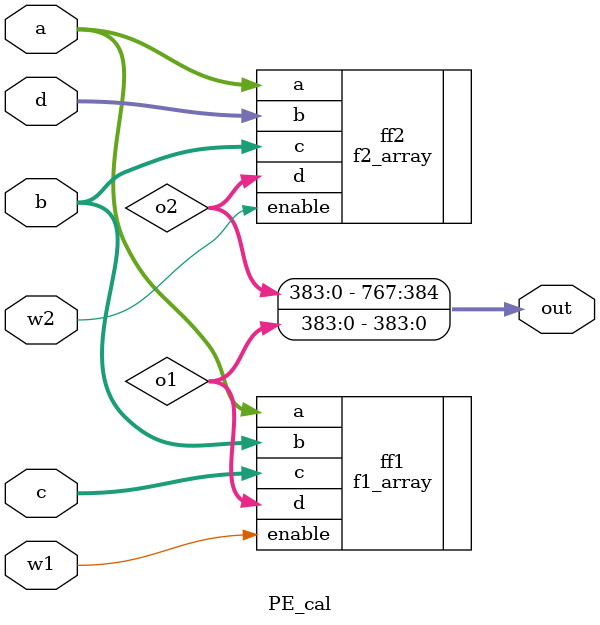
<source format=v>
`timescale 1ns / 1ps
module PE_cal #(parameter WIDTH = 6, P = 64)(
    input [P*WIDTH-1:0] a,//alpha left (left child)
    input [P*WIDTH-1:0] b,//alpha right (right child)
    input [P*WIDTH-1:0] c,//beta left (left child)
    input [P*WIDTH-1:0] d,//beta right (right child)
    input w1, //enable for f1
    input w2, //enable for f2
    output [2*P*WIDTH-1:0] out
    );
    wire [P*WIDTH-1:0] o1, o2;
    f1_array #(.Q(WIDTH),.P(P)) ff1(.enable(w1),.a(a),.b(b),.c(c),.d(o1)); // w1 -> o1 = min(a, b + c), !w1 -> 0
    f2_array #(.Q(WIDTH),.P(P)) ff2(.enable(w2),.a(a),.b(d),.c(b),.d(o2)); // o2 = min(a, d) + b, !w1 -> 0 
    assign out[2*P*WIDTH-1:P*WIDTH] = o2;
    assign out[P*WIDTH-1:0] = o1;
endmodule
</source>
